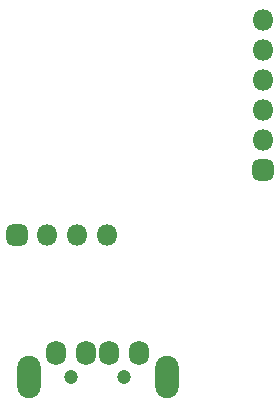
<source format=gbs>
%TF.GenerationSoftware,KiCad,Pcbnew,(6.0.0)*%
%TF.CreationDate,2022-09-20T12:46:11+03:00*%
%TF.ProjectId,Haier_module,48616965-725f-46d6-9f64-756c652e6b69,rev?*%
%TF.SameCoordinates,Original*%
%TF.FileFunction,Soldermask,Bot*%
%TF.FilePolarity,Negative*%
%FSLAX46Y46*%
G04 Gerber Fmt 4.6, Leading zero omitted, Abs format (unit mm)*
G04 Created by KiCad (PCBNEW (6.0.0)) date 2022-09-20 12:46:11*
%MOMM*%
%LPD*%
G01*
G04 APERTURE LIST*
G04 Aperture macros list*
%AMRoundRect*
0 Rectangle with rounded corners*
0 $1 Rounding radius*
0 $2 $3 $4 $5 $6 $7 $8 $9 X,Y pos of 4 corners*
0 Add a 4 corners polygon primitive as box body*
4,1,4,$2,$3,$4,$5,$6,$7,$8,$9,$2,$3,0*
0 Add four circle primitives for the rounded corners*
1,1,$1+$1,$2,$3*
1,1,$1+$1,$4,$5*
1,1,$1+$1,$6,$7*
1,1,$1+$1,$8,$9*
0 Add four rect primitives between the rounded corners*
20,1,$1+$1,$2,$3,$4,$5,0*
20,1,$1+$1,$4,$5,$6,$7,0*
20,1,$1+$1,$6,$7,$8,$9,0*
20,1,$1+$1,$8,$9,$2,$3,0*%
G04 Aperture macros list end*
%ADD10C,1.200000*%
%ADD11O,1.700000X2.100000*%
%ADD12O,2.000000X3.600000*%
%ADD13RoundRect,0.475000X0.425000X0.425000X-0.425000X0.425000X-0.425000X-0.425000X0.425000X-0.425000X0*%
%ADD14O,1.800000X1.800000*%
%ADD15RoundRect,0.475000X0.425000X-0.425000X0.425000X0.425000X-0.425000X0.425000X-0.425000X-0.425000X0*%
G04 APERTURE END LIST*
D10*
%TO.C,XT1*%
X99250000Y-122900000D03*
X103750000Y-122900000D03*
D11*
X105000000Y-120900000D03*
X102500000Y-120900000D03*
X100500000Y-120900000D03*
X98000000Y-120900000D03*
D12*
X95650000Y-122900000D03*
X107350000Y-122900000D03*
%TD*%
D13*
%TO.C,XT2*%
X115500000Y-105350000D03*
D14*
X115500000Y-102810000D03*
X115500000Y-100270000D03*
X115500000Y-97730000D03*
X115500000Y-95190000D03*
X115500000Y-92650000D03*
%TD*%
D15*
%TO.C,XT3*%
X94700000Y-110900000D03*
D14*
X97240000Y-110900000D03*
X99780000Y-110900000D03*
X102320000Y-110900000D03*
%TD*%
M02*

</source>
